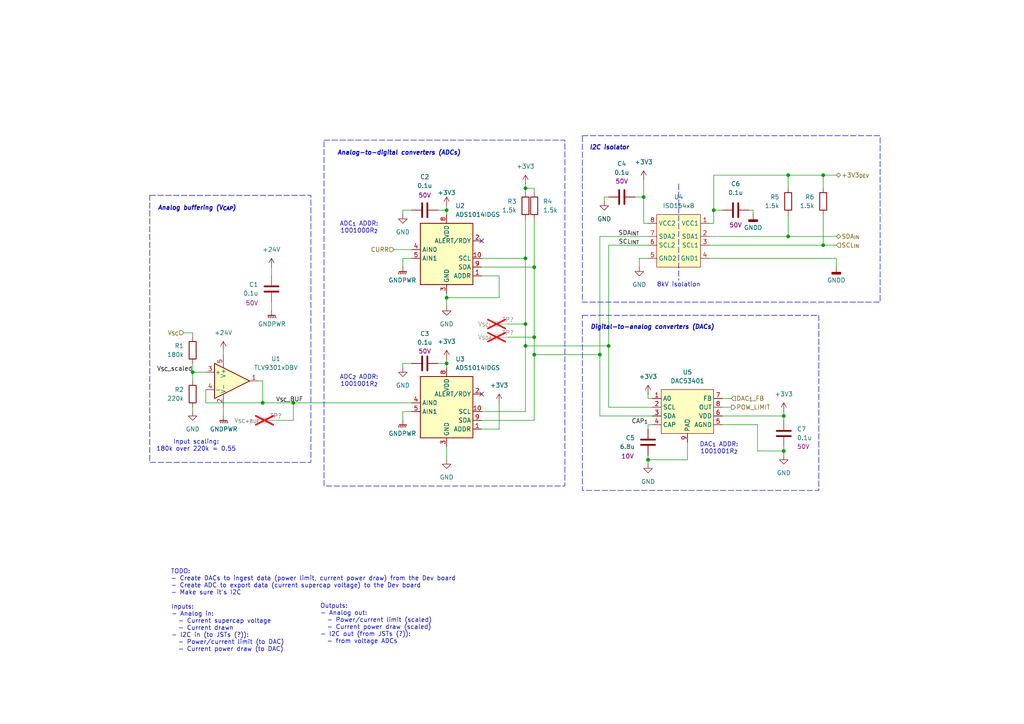
<source format=kicad_sch>
(kicad_sch (version 20250114) (generator "eeschema") (generator_version "9.0")
  (paper "A4")
  (title_block (title "Dev Board Interface") (date "2025-02-12") (rev "1") (company "UT Robomaster") (comment 1 "Robomaster"))
  (lib_symbols
    (symbol "! Robomaster ICs:DACx3401"
      (property "Reference" "U" (at 0 6.858 0))
      (property "Value" "DACx3401" (at 0 4.826 0))
      (symbol "DACx3401_1_1"
        (rectangle (start -7.62 0) (end 7.62 -12.7) (fill (type background)))
        (pin input line (at -10.16 -2.54 0) (length 2.54) (name "A0") (number "1"))
        (pin input line (at -10.16 -5.08 0) (length 2.54) (name "SCL") (number "2"))
        (pin bidirectional line (at -10.16 -7.62 0) (length 2.54) (name "SDA") (number "3"))
        (pin passive line (at -10.16 -10.16 0) (length 2.54) (name "CAP") (number "4"))
        (pin passive line (at 0 -15.24 90) (length 2.54) (name "PAD") (number "9"))
        (pin input line (at 10.16 -2.54 180) (length 2.54) (name "FB") (number "7"))
        (pin output line (at 10.16 -5.08 180) (length 2.54) (name "OUT") (number "8"))
        (pin power_in line (at 10.16 -7.62 180) (length 2.54) (name "VDD") (number "6"))
        (pin power_in line (at 10.16 -10.16 180) (length 2.54) (name "AGND") (number "5"))
      )
    )
    (symbol "! Robomaster ICs:ISO164xB"
      (property "Reference" "U" (at 0 7.366 0))
      (property "Value" "ISO164xB" (at 0 4.826 0))
      (symbol "ISO164xB_1_1"
        (rectangle (start -6.35 2.54) (end 6.35 -12.7) (fill (type background)))
        (pin power_in line (at -8.89 0 0) (length 2.54) (name "VCC1") (number "1"))
        (pin bidirectional line (at -8.89 -3.81 0) (length 2.54) (name "SDA1") (number "2"))
        (pin input line (at -8.89 -6.35 0) (length 2.54) (name "SCL1") (number "3"))
        (pin power_in line (at -8.89 -10.16 0) (length 2.54) (name "GND1") (number "4"))
        (pin power_in line (at 8.89 0 180) (length 2.54) (name "VCC2") (number "8"))
        (pin bidirectional line (at 8.89 -3.81 180) (length 2.54) (name "SDA2") (number "7"))
        (pin output line (at 8.89 -6.35 180) (length 2.54) (name "SCL2") (number "6"))
        (pin power_in line (at 8.89 -10.16 180) (length 2.54) (name "GND2") (number "5"))
      )
    )
    (symbol "Amplifier_Operational:TLV9301xDBV" (pin_names (offset 0.127))
      (property "Reference" "U" (at -1.27 6.35 0))
      (property "Value" "TLV9301xDBV" (at -1.27 3.81 0))
      (symbol "TLV9301xDBV_0_1"
        (polyline (pts (xy -5.08 5.08) (xy 5.08 0) (xy -5.08 -5.08) (xy -5.08 5.08)) (stroke (width 0.254)) (fill (type background)))
        (pin power_in line (at -2.54 7.62 270) (length 3.81) (name "V+") (number "5"))
        (pin power_in line (at -2.54 -7.62 90) (length 3.81) (name "V-") (number "2"))
      )
      (symbol "TLV9301xDBV_1_1"
        (pin input line (at -7.62 2.54 0) (length 2.54) (name "+") (number "3"))
        (pin input line (at -7.62 -2.54 0) (length 2.54) (name "-") (number "4"))
        (pin output line (at 7.62 0 180) (length 2.54) (name "~") (number "1"))
      )
    )
    (symbol "Analog_ADC:ADS1014IDGS"
      (property "Reference" "U" (at 2.54 13.97 0))
      (property "Value" "ADS1014IDGS" (at 7.62 11.43 0))
      (symbol "ADS1014IDGS_0_1"
        (rectangle (start -7.62 10.16) (end 7.62 -7.62) (stroke (width 0.254)) (fill (type background)))
      )
      (symbol "ADS1014IDGS_1_1"
        (pin input line (at -10.16 2.54 0) (length 2.54) (name "AIN0") (number "4"))
        (pin input line (at -10.16 0 0) (length 2.54) (name "AIN1") (number "5"))
        (pin no_connect line (at -7.62 7.62 0) (length 2.54) (hide yes) (name "~") (number "6"))
        (pin no_connect line (at -7.62 5.08 0) (length 2.54) (hide yes) (name "~") (number "7"))
        (pin power_in line (at 0 12.7 270) (length 2.54) (name "VDD") (number "8"))
        (pin power_in line (at 0 -10.16 90) (length 2.54) (name "GND") (number "3"))
        (pin output line (at 10.16 5.08 180) (length 2.54) (name "ALERT/RDY") (number "2"))
        (pin input line (at 10.16 0 180) (length 2.54) (name "SCL") (number "10"))
        (pin bidirectional line (at 10.16 -2.54 180) (length 2.54) (name "SDA") (number "9"))
        (pin input line (at 10.16 -5.08 180) (length 2.54) (name "ADDR") (number "1"))
      )
    )
    (symbol "Connector:TestPoint" (pin_numbers (hide yes)) (pin_names (offset 0.762) (hide yes))
      (property "Reference" "TP" (at 0 6.858 0))
      (property "Value" "TestPoint" (at 0 5.08 0))
      (symbol "TestPoint_0_1"
        (circle (center 0 3.302) (radius 0.762))
      )
      (symbol "TestPoint_1_1"
        (pin passive line (at 0 0 90) (length 2.54) (name "1") (number "1"))
      )
    )
    (symbol "Device:C" (pin_numbers (hide yes)) (pin_names (offset 0.254))
      (property "Reference" "C" (at 0.635 2.54 0))
      (property "Value" "C" (at 0.635 -2.54 0))
      (symbol "C_0_1"
        (polyline (pts (xy -2.032 0.762) (xy 2.032 0.762)) (stroke (width 0.508)))
        (polyline (pts (xy -2.032 -0.762) (xy 2.032 -0.762)) (stroke (width 0.508)))
      )
      (symbol "C_1_1"
        (pin passive line (at 0 3.81 270) (length 2.794) (name "~") (number "1"))
        (pin passive line (at 0 -3.81 90) (length 2.794) (name "~") (number "2"))
      )
    )
    (symbol "Device:R" (pin_numbers (hide yes)) (pin_names (offset 0))
      (property "Reference" "R" (at 2.032 0 90))
      (property "Value" "R" (at 0 0 90))
      (symbol "R_0_1"
        (rectangle (start -1.016 -2.54) (end 1.016 2.54) (stroke (width 0.254)))
      )
      (symbol "R_1_1"
        (pin passive line (at 0 3.81 270) (length 1.27) (name "~") (number "1"))
        (pin passive line (at 0 -3.81 90) (length 1.27) (name "~") (number "2"))
      )
    )
    (symbol "power:+24V" (power) (pin_numbers (hide yes)) (pin_names (offset 0) (hide yes))
      (property "Value" "+24V" (at 0 3.556 0))
      (symbol "+24V_0_1"
        (polyline (pts (xy -0.762 1.27) (xy 0 2.54)))
        (polyline (pts (xy 0 2.54) (xy 0.762 1.27)))
        (polyline (pts (xy 0 0) (xy 0 2.54)))
      )
      (symbol "+24V_1_1"
        (pin power_in line (at 0 0 90) (length 0) (name "~") (number "1"))
      )
    )
    (symbol "power:+3V3" (power) (pin_numbers (hide yes)) (pin_names (offset 0) (hide yes))
      (property "Value" "+3V3" (at 0 3.556 0))
      (symbol "+3V3_0_1"
        (polyline (pts (xy -0.762 1.27) (xy 0 2.54)))
        (polyline (pts (xy 0 2.54) (xy 0.762 1.27)))
        (polyline (pts (xy 0 0) (xy 0 2.54)))
      )
      (symbol "+3V3_1_1"
        (pin power_in line (at 0 0 90) (length 0) (name "~") (number "1"))
      )
    )
    (symbol "power:GND" (power) (pin_numbers (hide yes)) (pin_names (offset 0) (hide yes))
      (property "Value" "GND" (at 0 -3.81 0))
      (symbol "GND_0_1"
        (polyline (pts (xy 0 0) (xy 0 -1.27) (xy 1.27 -1.27) (xy 0 -2.54) (xy -1.27 -1.27) (xy 0 -1.27)))
      )
      (symbol "GND_1_1"
        (pin power_in line (at 0 0 270) (length 0) (name "~") (number "1"))
      )
    )
    (symbol "power:GNDD" (power) (pin_numbers (hide yes)) (pin_names (offset 0) (hide yes))
      (property "Value" "GNDD" (at 0 -3.175 0))
      (symbol "GNDD_0_1"
        (rectangle (start -1.27 -1.524) (end 1.27 -2.032) (stroke (width 0.254)) (fill (type outline)))
        (polyline (pts (xy 0 0) (xy 0 -1.524)))
      )
      (symbol "GNDD_1_1"
        (pin power_in line (at 0 0 270) (length 0) (name "~") (number "1"))
      )
    )
    (symbol "power:GNDPWR" (power) (pin_numbers (hide yes)) (pin_names (offset 0) (hide yes))
      (property "Value" "GNDPWR" (at 0 -3.302 0))
      (symbol "GNDPWR_0_1"
        (polyline (pts (xy -1.016 -1.27) (xy -1.27 -2.032) (xy -1.27 -2.032)) (stroke (width 0.2032)))
        (polyline (pts (xy -0.508 -1.27) (xy -0.762 -2.032) (xy -0.762 -2.032)) (stroke (width 0.2032)))
        (polyline (pts (xy 0 -1.27) (xy 0 0)))
        (polyline (pts (xy 0 -1.27) (xy -0.254 -2.032) (xy -0.254 -2.032)) (stroke (width 0.2032)))
        (polyline (pts (xy 0.508 -1.27) (xy 0.254 -2.032) (xy 0.254 -2.032)) (stroke (width 0.2032)))
        (polyline (pts (xy 1.016 -1.27) (xy -1.016 -1.27) (xy -1.016 -1.27)) (stroke (width 0.2032)))
        (polyline (pts (xy 1.016 -1.27) (xy 0.762 -2.032) (xy 0.762 -2.032) (xy 0.762 -2.032)) (stroke (width 0.2032)))
      )
      (symbol "GNDPWR_1_1"
        (pin power_in line (at 0 0 270) (length 0) (name "~") (number "1"))
      )
    )
  )
  (rectangle (start 93.98 40.64) (end 163.83 140.97) (stroke (width 0) (type dash)))
  (rectangle (start 255.27 39.37) (end 168.91 87.63) (stroke (width 0) (type dash)))
  (rectangle (start 43.434 56.642) (end 90.17 134.112) (stroke (width 0) (type dash)))
  (rectangle (start 168.91 91.44) (end 237.49 142.24) (stroke (width 0) (type dash)))
  (text "Input scaling:\n180k over 220k = 0.55" (at 56.896 129.286 0) (effects (font (size 1.27 1.27))))
  (text "I2C isolator" (at 170.942 42.164 0) (effects (font (size 1.27 1.27) (thickness 0.254) (bold yes) (italic yes)) (justify left top)))
  (text "TODO:\n- Create DACs to ingest data (power limit, current power draw) from the Dev board\n- Create ADC to export data (current supercap voltage) to the Dev board\n- Make sure it's I2C" (at 49.53 165.1 0) (effects (font (size 1.27 1.27)) (justify left top)))
  (text "Inputs:\n- Analog in:\n  - Current supercap voltage\n  - Current drawn\n- I2C in (to JSTs (?)):\n  - Power/current limit (to DAC)\n  - Current power draw (to DAC)" (at 49.657 175.387 0) (effects (font (size 1.27 1.27)) (justify left top)))
  (text "ADC_{2} ADDR:\n1001001R_{2}" (at 104.14 110.49 0) (effects (font (size 1.27 1.27))))
  (text "Outputs:\n- Analog out:\n  - Power/current limit (scaled)\n  - Current power draw (scaled)\n- I2C out (from JSTs (?)):\n  - from voltage ADCs" (at 92.837 175.133 0) (effects (font (size 1.27 1.27)) (justify left top)))
  (text "Digital-to-analog converters (DACs)" (at 171.196 94.234 0) (effects (font (size 1.27 1.27) (thickness 0.254) (bold yes) (italic yes)) (justify left top)))
  (text "DAC_{1} ADDR:\n1001001R_{2}" (at 208.534 128.27 0) (effects (font (size 1.27 1.27)) (justify top)))
  (text "Analog-to-digital converters (ADCs)" (at 97.79 43.688 0) (effects (font (size 1.27 1.27) (thickness 0.254) (bold yes) (italic yes)) (justify left top)))
  (text "8kV isolation" (at 196.85 81.915 0) (effects (font (size 1.27 1.27)) (justify top)))
  (text "Analog buffering (V_{CAP})" (at 45.72 59.69 0) (effects (font (size 1.27 1.27) (thickness 0.254) (bold yes) (italic yes)) (justify left top)))
  (text "ADC_{1} ADDR:\n1001000R_{2}" (at 104.14 66.04 0) (effects (font (size 1.27 1.27))))
  (junction (at 154.94 77.47))
  (junction (at 238.76 50.8))
  (junction (at 152.4 100.33))
  (junction (at 154.94 102.87))
  (junction (at 186.69 57.15))
  (junction (at 228.6 50.8))
  (junction (at 76.2 116.84))
  (junction (at 152.4 93.98))
  (junction (at 129.54 86.36))
  (junction (at 152.4 54.61))
  (junction (at 85.09 116.84))
  (junction (at 55.88 107.95))
  (junction (at 227.33 130.81))
  (junction (at 238.76 71.12))
  (junction (at 129.54 60.96))
  (junction (at 176.53 100.33))
  (junction (at 154.94 97.79))
  (junction (at 129.54 105.41))
  (junction (at 187.96 133.35))
  (junction (at 152.4 74.93))
  (junction (at 207.01 60.96))
  (junction (at 173.99 102.87))
  (junction (at 228.6 68.58))
  (junction (at 227.33 120.65))
  (no_connect (at 139.7 69.85))
  (no_connect (at 139.7 114.3))
  (wire (pts (xy 144.78 80.01) (xy 144.78 86.36)))
  (wire (pts (xy 129.54 105.41) (xy 129.54 106.68)))
  (polyline (pts (xy 196.85 53.34) (xy 196.85 81.28)) (stroke (width 0) (type dash)))
  (wire (pts (xy 207.01 64.77) (xy 205.74 64.77)))
  (wire (pts (xy 85.09 116.84) (xy 119.38 116.84)))
  (wire (pts (xy 199.39 133.35) (xy 187.96 133.35)))
  (wire (pts (xy 209.55 115.57) (xy 212.09 115.57)))
  (wire (pts (xy 209.55 123.19) (xy 219.71 123.19)))
  (wire (pts (xy 219.71 123.19) (xy 219.71 130.81)))
  (wire (pts (xy 173.99 102.87) (xy 154.94 102.87)))
  (wire (pts (xy 119.38 119.38) (xy 116.84 119.38)))
  (wire (pts (xy 187.96 114.3) (xy 187.96 115.57)))
  (wire (pts (xy 205.74 71.12) (xy 238.76 71.12)))
  (wire (pts (xy 187.96 115.57) (xy 189.23 115.57)))
  (wire (pts (xy 228.6 50.8) (xy 238.76 50.8)))
  (wire (pts (xy 139.7 80.01) (xy 144.78 80.01)))
  (wire (pts (xy 152.4 53.34) (xy 152.4 54.61)))
  (wire (pts (xy 227.33 130.81) (xy 227.33 132.08)))
  (wire (pts (xy 152.4 100.33) (xy 176.53 100.33)))
  (wire (pts (xy 228.6 50.8) (xy 228.6 54.61)))
  (wire (pts (xy 76.2 116.84) (xy 85.09 116.84)))
  (wire (pts (xy 147.32 97.79) (xy 154.94 97.79)))
  (wire (pts (xy 186.69 52.07) (xy 186.69 57.15)))
  (wire (pts (xy 119.38 105.41) (xy 116.84 105.41)))
  (wire (pts (xy 116.84 119.38) (xy 116.84 121.92)))
  (wire (pts (xy 186.69 64.77) (xy 187.96 64.77)))
  (wire (pts (xy 129.54 59.69) (xy 129.54 60.96)))
  (wire (pts (xy 173.99 120.65) (xy 189.23 120.65)))
  (wire (pts (xy 186.69 57.15) (xy 186.69 64.77)))
  (wire (pts (xy 185.42 74.93) (xy 185.42 77.47)))
  (wire (pts (xy 176.53 57.15) (xy 175.26 57.15)))
  (wire (pts (xy 187.96 133.35) (xy 187.96 134.62)))
  (wire (pts (xy 207.01 50.8) (xy 207.01 60.96)))
  (wire (pts (xy 53.34 96.52) (xy 55.88 96.52)))
  (wire (pts (xy 116.84 74.93) (xy 116.84 77.47)))
  (wire (pts (xy 207.01 60.96) (xy 209.55 60.96)))
  (wire (pts (xy 152.4 54.61) (xy 152.4 55.88)))
  (wire (pts (xy 187.96 124.46) (xy 187.96 123.19)))
  (wire (pts (xy 154.94 97.79) (xy 154.94 102.87)))
  (wire (pts (xy 152.4 100.33) (xy 152.4 119.38)))
  (wire (pts (xy 154.94 63.5) (xy 154.94 77.47)))
  (wire (pts (xy 242.57 77.47) (xy 242.57 74.93)))
  (wire (pts (xy 129.54 85.09) (xy 129.54 86.36)))
  (wire (pts (xy 187.96 71.12) (xy 176.53 71.12)))
  (wire (pts (xy 154.94 102.87) (xy 154.94 121.92)))
  (wire (pts (xy 59.69 113.03) (xy 59.69 116.84)))
  (wire (pts (xy 176.53 100.33) (xy 176.53 118.11)))
  (wire (pts (xy 55.88 118.11) (xy 55.88 119.38)))
  (wire (pts (xy 176.53 118.11) (xy 189.23 118.11)))
  (wire (pts (xy 218.44 60.96) (xy 218.44 62.23)))
  (wire (pts (xy 139.7 77.47) (xy 154.94 77.47)))
  (wire (pts (xy 152.4 119.38) (xy 139.7 119.38)))
  (wire (pts (xy 139.7 74.93) (xy 152.4 74.93)))
  (wire (pts (xy 152.4 63.5) (xy 152.4 74.93)))
  (wire (pts (xy 187.96 123.19) (xy 189.23 123.19)))
  (wire (pts (xy 227.33 120.65) (xy 227.33 121.92)))
  (wire (pts (xy 154.94 54.61) (xy 154.94 55.88)))
  (wire (pts (xy 129.54 105.41) (xy 127 105.41)))
  (wire (pts (xy 55.88 107.95) (xy 55.88 110.49)))
  (wire (pts (xy 154.94 121.92) (xy 139.7 121.92)))
  (wire (pts (xy 152.4 93.98) (xy 152.4 74.93)))
  (wire (pts (xy 186.69 57.15) (xy 184.15 57.15)))
  (wire (pts (xy 176.53 71.12) (xy 176.53 100.33)))
  (wire (pts (xy 207.01 60.96) (xy 207.01 64.77)))
  (wire (pts (xy 238.76 50.8) (xy 242.57 50.8)))
  (wire (pts (xy 116.84 60.96) (xy 116.84 62.23)))
  (wire (pts (xy 76.2 116.84) (xy 76.2 110.49)))
  (wire (pts (xy 227.33 119.38) (xy 227.33 120.65)))
  (wire (pts (xy 55.88 107.95) (xy 59.69 107.95)))
  (wire (pts (xy 55.88 105.41) (xy 55.88 107.95)))
  (wire (pts (xy 242.57 74.93) (xy 205.74 74.93)))
  (wire (pts (xy 55.88 96.52) (xy 55.88 97.79)))
  (wire (pts (xy 129.54 86.36) (xy 129.54 88.9)))
  (wire (pts (xy 228.6 68.58) (xy 242.57 68.58)))
  (wire (pts (xy 187.96 132.08) (xy 187.96 133.35)))
  (wire (pts (xy 228.6 62.23) (xy 228.6 68.58)))
  (wire (pts (xy 85.09 121.92) (xy 85.09 116.84)))
  (wire (pts (xy 207.01 50.8) (xy 228.6 50.8)))
  (wire (pts (xy 119.38 60.96) (xy 116.84 60.96)))
  (wire (pts (xy 59.69 116.84) (xy 76.2 116.84)))
  (wire (pts (xy 144.78 116.84) (xy 144.78 124.46)))
  (wire (pts (xy 76.2 110.49) (xy 74.93 110.49)))
  (wire (pts (xy 238.76 50.8) (xy 238.76 54.61)))
  (wire (pts (xy 154.94 77.47) (xy 154.94 97.79)))
  (wire (pts (xy 238.76 62.23) (xy 238.76 71.12)))
  (wire (pts (xy 64.77 101.6) (xy 64.77 102.87)))
  (wire (pts (xy 173.99 68.58) (xy 173.99 102.87)))
  (wire (pts (xy 64.77 118.11) (xy 64.77 120.65)))
  (wire (pts (xy 129.54 104.14) (xy 129.54 105.41)))
  (wire (pts (xy 205.74 68.58) (xy 228.6 68.58)))
  (wire (pts (xy 144.78 86.36) (xy 129.54 86.36)))
  (wire (pts (xy 187.96 74.93) (xy 185.42 74.93)))
  (wire (pts (xy 152.4 54.61) (xy 154.94 54.61)))
  (wire (pts (xy 80.01 121.92) (xy 85.09 121.92)))
  (wire (pts (xy 227.33 129.54) (xy 227.33 130.81)))
  (wire (pts (xy 173.99 102.87) (xy 173.99 120.65)))
  (wire (pts (xy 114.3 72.39) (xy 119.38 72.39)))
  (wire (pts (xy 152.4 100.33) (xy 152.4 93.98)))
  (wire (pts (xy 119.38 74.93) (xy 116.84 74.93)))
  (wire (pts (xy 209.55 120.65) (xy 227.33 120.65)))
  (wire (pts (xy 217.17 60.96) (xy 218.44 60.96)))
  (wire (pts (xy 78.74 77.47) (xy 78.74 80.01)))
  (wire (pts (xy 78.74 87.63) (xy 78.74 90.17)))
  (wire (pts (xy 173.99 68.58) (xy 187.96 68.58)))
  (wire (pts (xy 139.7 124.46) (xy 144.78 124.46)))
  (wire (pts (xy 129.54 60.96) (xy 127 60.96)))
  (wire (pts (xy 147.32 93.98) (xy 152.4 93.98)))
  (wire (pts (xy 129.54 60.96) (xy 129.54 62.23)))
  (wire (pts (xy 219.71 130.81) (xy 227.33 130.81)))
  (wire (pts (xy 129.54 129.54) (xy 129.54 133.35)))
  (wire (pts (xy 199.39 128.27) (xy 199.39 133.35)))
  (wire (pts (xy 116.84 105.41) (xy 116.84 106.68)))
  (wire (pts (xy 209.55 118.11) (xy 212.09 118.11)))
  (wire (pts (xy 175.26 57.15) (xy 175.26 58.42)))
  (wire (pts (xy 238.76 71.12) (xy 242.57 71.12)))
  (label "CAP_{1}" (at 187.96 123.19 180))
  (label "V_{SC}_scaled" (at 55.88 107.95 180))
  (label "V_{SC}_BUF" (at 80.01 116.84 0))
  (label "SCL_{INT}" (at 185.42 71.12 180))
  (label "SDA_{INT}" (at 185.42 68.58 180))
  (hierarchical_label "POW_LIMIT" (shape output) (at 212.09 118.11 0))
  (hierarchical_label "V_{SC}" (shape input) (at 53.34 96.52 180))
  (hierarchical_label "+3V3_{DEV}" (shape bidirectional) (at 242.57 50.8 0))
  (hierarchical_label "CURR" (shape input) (at 114.3 72.39 180))
  (hierarchical_label "SDA_{IN}" (shape bidirectional) (at 242.57 68.58 0))
  (hierarchical_label "DAC_{1}_FB" (shape input) (at 212.09 115.57 0))
  (hierarchical_label "SCL_{IN}" (shape input) (at 242.57 71.12 0))
  (symbol (lib_id "Analog_ADC:ADS1014IDGS") (at 129.54 119.38 0) (unit 1)
    (property "Reference" "U13" (at 132.08 104.14 0) (effects (justify left)))
    (property "Value" "ADS1014IDGS" (at 132.08 106.68 0) (effects (justify left)))
    (property "Footprint" "Package_SO:TSSOP-10_3x3mm_P0.5mm" (effects (hide yes)))
    (property "Datasheet" "http://www.ti.com/lit/ds/symlink/ads1015.pdf" (effects (hide yes)))
    (property "Description" "Ultra-Small, Low-Power, I2C-Compatible, 3.3-kSPS, 12-Bit ADCs With Internal Reference, Oscillator, and Programmable Comparator, VSSOP-10" (effects (hide yes)))
    (property "Mouser Part Number" "595-ADS1014IDGSR" (effects (hide yes)))
    (instances (project "Dev Board Interface Rev1" (path "" (reference "U3") (unit 1))) (project "SupercapManager" (path "" (reference "U13") (unit 1))) (project "Rev 1B" (path "" (reference "U10") (unit 1))))
  )
  (symbol (lib_id "power:GND") (at 185.42 77.47 0) (unit 1)
    (property "Reference" "#PWR067" (effects (hide yes)))
    (property "Value" "GND" (at 185.42 82.55 0))
    (property "Description" "Power symbol creates a global label with name \"GND\" , ground" (effects (hide yes)))
    (instances (project "Dev Board Interface Rev1" (path "" (reference "#PWR0104") (unit 1))) (project "" (path "" (reference "#PWR067") (unit 1))) (project "Rev 1B" (path "" (reference "#PWR064") (unit 1))))
  )
  (symbol (lib_id "power:GND") (at 129.54 133.35 0) (unit 1)
    (property "Reference" "#PWR081" (effects (hide yes)))
    (property "Value" "GND" (at 129.54 138.43 0))
    (property "Description" "Power symbol creates a global label with name \"GND\" , ground" (effects (hide yes)))
    (instances (project "Dev Board Interface Rev1" (path "" (reference "#PWR0115") (unit 1))) (project "SupercapManager" (path "" (reference "#PWR081") (unit 1))) (project "Rev 1B" (path "" (reference "#PWR078") (unit 1))))
  )
  (symbol (lib_id "power:GND") (at 129.54 88.9 0) (unit 1)
    (property "Reference" "#PWR069" (effects (hide yes)))
    (property "Value" "GND" (at 129.54 93.98 0))
    (property "Description" "Power symbol creates a global label with name \"GND\" , ground" (effects (hide yes)))
    (instances (project "Dev Board Interface Rev1" (path "" (reference "#PWR0122") (unit 1))) (project "SupercapManager" (path "" (reference "#PWR069") (unit 1))) (project "Rev 1B" (path "" (reference "#PWR066") (unit 1))))
  )
  (symbol (lib_id "Connector:TestPoint") (at 147.32 93.98 90) (unit 1) (dnp yes)
    (property "Reference" "TP?" (at 147.32 92.71 90))
    (property "Value" "V_{SCL}" (at 142.748 93.98 90) (effects (justify left)))
    (property "Footprint" "TestPoint:TestPoint_Bridge_Pitch2.0mm_Drill0.7mm" (effects (hide yes)))
    (property "Description" "test point" (effects (hide yes)))
    (instances (project "SupercapManager" (path "" (reference "TP?") (unit 1))) (project "Rev 1B" (path "" (reference "TP2") (unit 1))))
  )
  (symbol (lib_id "Device:C") (at 213.36 60.96 270) (mirror x) (unit 1)
    (property "Reference" "C46" (at 213.36 53.34 90))
    (property "Value" "0.1u" (at 213.36 55.88 90))
    (property "Footprint" "Capacitor_SMD:C_0603_1608Metric_Pad1.08x0.95mm_HandSolder" (effects (hide yes)))
    (property "Datasheet" "https://www.mouser.com/datasheet/2/40/KGM_X7R-3223212.pdf" (effects (hide yes)))
    (property "Description" "Unpolarized capacitor" (effects (hide yes)))
    (property "Mouser Part Number" "581-KGM15BR71H104JT" (effects (hide yes)))
    (property "Voltage Rating" "50V" (at 213.36 65.278 90))
    (instances (project "Dev Board Interface Rev1" (path "" (reference "C6") (unit 1))) (project "" (path "" (reference "C46") (unit 1))) (project "Rev 1B" (path "" (reference "C9") (unit 1))))
  )
  (symbol (lib_id "power:GNDD") (at 218.44 62.23 0) (unit 1)
    (property "Reference" "#PWR064" (effects (hide yes)))
    (property "Value" "GNDD" (at 218.44 66.04 0))
    (property "Description" "Power symbol creates a global label with name \"GNDD\" , digital ground" (effects (hide yes)))
    (instances (project "Dev Board Interface Rev1" (path "" (reference "#PWR0101") (unit 1))) (project "SupercapManager" (path "" (reference "#PWR064") (unit 1))) (project "Rev 1B" (path "" (reference "#PWR061") (unit 1))))
  )
  (symbol (lib_id "power:+3V3") (at 152.4 53.34 0) (unit 1)
    (property "Reference" "#PWR060" (effects (hide yes)))
    (property "Value" "+3V3" (at 152.4 48.26 0))
    (property "Description" "Power symbol creates a global label with name \"+3V3\"" (effects (hide yes)))
    (instances (project "Dev Board Interface Rev1" (path "" (reference "#PWR0116") (unit 1))) (project "SupercapManager" (path "" (reference "#PWR060") (unit 1))) (project "Rev 1B" (path "" (reference "#PWR057") (unit 1))))
  )
  (symbol (lib_id "Device:R") (at 152.4 59.69 0) (mirror y) (unit 1)
    (property "Reference" "R59" (at 149.86 58.4199 0) (effects (justify left)))
    (property "Value" "1.5k" (at 149.86 60.9599 0) (effects (justify left)))
    (property "Footprint" "Resistor_SMD:R_0603_1608Metric_Pad0.98x0.95mm_HandSolder" (effects (hide yes)))
    (property "Description" "Resistor" (effects (hide yes)))
    (property "Mouser Part Number" "603-RC0603FR-7W1K5L" (effects (hide yes)))
    (instances (project "Dev Board Interface Rev1" (path "" (reference "R3") (unit 1))) (project "SupercapManager" (path "" (reference "R59") (unit 1))) (project "Rev 1B" (path "" (reference "R21") (unit 1))))
  )
  (symbol (lib_id "power:GND") (at 116.84 62.23 0) (unit 1)
    (property "Reference" "#PWR063" (effects (hide yes)))
    (property "Value" "GND" (at 116.84 67.31 0))
    (property "Description" "Power symbol creates a global label with name \"GND\" , ground" (effects (hide yes)))
    (instances (project "Dev Board Interface Rev1" (path "" (reference "#PWR0111") (unit 1))) (project "SupercapManager" (path "" (reference "#PWR063") (unit 1))) (project "Rev 1B" (path "" (reference "#PWR060") (unit 1))))
  )
  (symbol (lib_id "power:+3V3") (at 129.54 59.69 0) (unit 1)
    (property "Reference" "#PWR062" (effects (hide yes)))
    (property "Value" "+3V3" (at 129.54 55.88 0))
    (property "Description" "Power symbol creates a global label with name \"+3V3\"" (effects (hide yes)))
    (instances (project "Dev Board Interface Rev1" (path "" (reference "#PWR0117") (unit 1))) (project "SupercapManager" (path "" (reference "#PWR062") (unit 1))) (project "Rev 1B" (path "" (reference "#PWR059") (unit 1))))
  )
  (symbol (lib_id "! Robomaster ICs:DACx3401") (at 199.39 113.03 0) (unit 1)
    (property "Reference" "U12" (at 199.39 107.95 0))
    (property "Value" "DAC53401" (at 199.39 110.49 0))
    (property "Footprint" "Package_SON:WSON-8-1EP_2x2mm_P0.5mm_EP0.9x1.6mm" (effects (hide yes)))
    (property "Datasheet" "https://www.ti.com/lit/gpn/dac43401" (effects (hide yes)))
    (property "Description" "8-bit 1-channel voltage-output smart DAC with Hi-Z, EEPROM, waveform generator and comparator" (effects (hide yes)))
    (property "Mouser Part Number" "595-DAC53401DSGR" (effects (hide yes)))
    (instances (project "Dev Board Interface Rev1" (path "" (reference "U5") (unit 1))) (project "" (path "" (reference "U12") (unit 1))) (project "Rev 1B" (path "" (reference "U9") (unit 1))))
  )
  (symbol (lib_id "Device:C") (at 187.96 128.27 0) (mirror y) (unit 1)
    (property "Reference" "C50" (at 184.15 126.9999 0) (effects (justify left)))
    (property "Value" "6.8u" (at 184.15 129.5399 0) (effects (justify left)))
    (property "Footprint" "Capacitor_SMD:C_0603_1608Metric_Pad1.08x0.95mm_HandSolder" (effects (hide yes)))
    (property "Description" "Unpolarized capacitor" (effects (hide yes)))
    (property "Mouser Part Number" "810-C2012X5R1A685K0C" (effects (hide yes)))
    (property "Voltage Rating" "10V" (at 183.896 132.334 0) (effects (justify left)))
    (instances (project "Dev Board Interface Rev1" (path "" (reference "C5") (unit 1))) (project "SupercapManager" (path "" (reference "C50") (unit 1))) (project "Rev 1B" (path "" (reference "C13") (unit 1))))
  )
  (symbol (lib_id "Device:C") (at 78.74 83.82 0) (mirror x) (unit 1)
    (property "Reference" "C47" (at 74.93 82.5499 0) (effects (justify right)))
    (property "Value" "0.1u" (at 74.93 85.0899 0) (effects (justify right)))
    (property "Footprint" "Capacitor_SMD:C_0603_1608Metric_Pad1.08x0.95mm_HandSolder" (effects (hide yes)))
    (property "Datasheet" "https://www.mouser.com/datasheet/2/40/KGM_X7R-3223212.pdf" (effects (hide yes)))
    (property "Description" "Unpolarized capacitor" (effects (hide yes)))
    (property "Mouser Part Number" "581-KGM15BR71H104JT" (effects (hide yes)))
    (property "Voltage Rating" "50V" (at 74.93 87.884 0) (effects (justify right)))
    (instances (project "Dev Board Interface Rev1" (path "" (reference "C1") (unit 1))) (project "SupercapManager" (path "" (reference "C47") (unit 1))) (project "Rev 1B" (path "" (reference "C10") (unit 1))))
  )
  (symbol (lib_id "Device:C") (at 180.34 57.15 270) (mirror x) (unit 1)
    (property "Reference" "C44" (at 180.34 47.498 90))
    (property "Value" "0.1u" (at 180.34 50.038 90))
    (property "Footprint" "Capacitor_SMD:C_0603_1608Metric_Pad1.08x0.95mm_HandSolder" (effects (hide yes)))
    (property "Datasheet" "https://www.mouser.com/datasheet/2/40/KGM_X7R-3223212.pdf" (effects (hide yes)))
    (property "Description" "Unpolarized capacitor" (effects (hide yes)))
    (property "Mouser Part Number" "581-KGM15BR71H104JT" (effects (hide yes)))
    (property "Voltage Rating" "50V" (at 180.34 52.578 90))
    (instances (project "Dev Board Interface Rev1" (path "" (reference "C4") (unit 1))) (project "SupercapManager" (path "" (reference "C44") (unit 1))) (project "Rev 1B" (path "" (reference "C7") (unit 1))))
  )
  (symbol (lib_id "power:+3V3") (at 129.54 104.14 0) (unit 1)
    (property "Reference" "#PWR072" (effects (hide yes)))
    (property "Value" "+3V3" (at 129.54 99.06 0))
    (property "Description" "Power symbol creates a global label with name \"+3V3\"" (effects (hide yes)))
    (instances (project "Dev Board Interface Rev1" (path "" (reference "#PWR0124") (unit 1))) (project "SupercapManager" (path "" (reference "#PWR072") (unit 1))) (project "Rev 1B" (path "" (reference "#PWR069") (unit 1))))
  )
  (symbol (lib_id "Analog_ADC:ADS1014IDGS") (at 129.54 74.93 0) (unit 1)
    (property "Reference" "U10" (at 132.08 59.69 0) (effects (justify left)))
    (property "Value" "ADS1014IDGS" (at 132.08 62.23 0) (effects (justify left)))
    (property "Footprint" "Package_SO:TSSOP-10_3x3mm_P0.5mm" (effects (hide yes)))
    (property "Datasheet" "http://www.ti.com/lit/ds/symlink/ads1015.pdf" (effects (hide yes)))
    (property "Description" "Ultra-Small, Low-Power, I2C-Compatible, 3.3-kSPS, 12-Bit ADCs With Internal Reference, Oscillator, and Programmable Comparator, VSSOP-10" (effects (hide yes)))
    (property "Mouser Part Number" "595-ADS1014IDGSR" (effects (hide yes)))
    (instances (project "Dev Board Interface Rev1" (path "" (reference "U2") (unit 1))) (project "" (path "" (reference "U10") (unit 1))) (project "Rev 1B" (path "" (reference "U7") (unit 1))))
  )
  (symbol (lib_id "power:+24V") (at 64.77 101.6 0) (unit 1)
    (property "Reference" "#PWR071" (effects (hide yes)))
    (property "Value" "+24V" (at 64.77 96.52 0))
    (property "Description" "Power symbol creates a global label with name \"+24V\"" (effects (hide yes)))
    (instances (project "Dev Board Interface Rev1" (path "" (reference "#PWR0108") (unit 1))) (project "SupercapManager" (path "" (reference "#PWR071") (unit 1))) (project "Rev 1B" (path "" (reference "#PWR068") (unit 1))))
  )
  (symbol (lib_id "Device:R") (at 154.94 59.69 0) (unit 1)
    (property "Reference" "R60" (at 157.48 58.4199 0) (effects (justify left)))
    (property "Value" "1.5k" (at 157.48 60.9599 0) (effects (justify left)))
    (property "Footprint" "Resistor_SMD:R_0603_1608Metric_Pad0.98x0.95mm_HandSolder" (effects (hide yes)))
    (property "Description" "Resistor" (effects (hide yes)))
    (property "Mouser Part Number" "603-RC0603FR-7W1K5L" (effects (hide yes)))
    (instances (project "Dev Board Interface Rev1" (path "" (reference "R4") (unit 1))) (project "SupercapManager" (path "" (reference "R60") (unit 1))) (project "Rev 1B" (path "" (reference "R22") (unit 1))))
  )
  (symbol (lib_id "power:GNDPWR") (at 78.74 90.17 0) (mirror y) (unit 1)
    (property "Reference" "#PWR070" (effects (hide yes)))
    (property "Value" "GNDPWR" (at 78.867 93.98 0))
    (property "Description" "Power symbol creates a global label with name \"GNDPWR\" , global ground" (effects (hide yes)))
    (instances (project "Dev Board Interface Rev1" (path "" (reference "#PWR0107") (unit 1))) (project "SupercapManager" (path "" (reference "#PWR070") (unit 1))) (project "Rev 1B" (path "" (reference "#PWR067") (unit 1))))
  )
  (symbol (lib_id "power:+3V3") (at 144.78 116.84 0) (unit 1)
    (property "Reference" "#PWR075" (effects (hide yes)))
    (property "Value" "+3V3" (at 144.78 111.76 0))
    (property "Description" "Power symbol creates a global label with name \"+3V3\"" (effects (hide yes)))
    (instances (project "Dev Board Interface Rev1" (path "" (reference "#PWR0123") (unit 1))) (project "SupercapManager" (path "" (reference "#PWR075") (unit 1))) (project "Rev 1B" (path "" (reference "#PWR072") (unit 1))))
  )
  (symbol (lib_id "power:+24V") (at 78.74 77.47 0) (unit 1)
    (property "Reference" "#PWR065" (effects (hide yes)))
    (property "Value" "+24V" (at 78.74 72.39 0))
    (property "Description" "Power symbol creates a global label with name \"+24V\"" (effects (hide yes)))
    (instances (project "Dev Board Interface Rev1" (path "" (reference "#PWR0109") (unit 1))) (project "" (path "" (reference "#PWR065") (unit 1))) (project "Rev 1B" (path "" (reference "#PWR062") (unit 1))))
  )
  (symbol (lib_id "Connector:TestPoint") (at 147.32 97.79 90) (unit 1) (dnp yes)
    (property "Reference" "TP?" (at 147.32 96.52 90))
    (property "Value" "V_{SDA}" (at 142.748 97.79 90) (effects (justify left)))
    (property "Footprint" "TestPoint:TestPoint_Bridge_Pitch2.0mm_Drill0.7mm" (effects (hide yes)))
    (property "Description" "test point" (effects (hide yes)))
    (instances (project "SupercapManager" (path "" (reference "TP?") (unit 1))) (project "Rev 1B" (path "" (reference "TP3") (unit 1))))
  )
  (symbol (lib_id "power:+3V3") (at 227.33 119.38 0) (mirror y) (unit 1)
    (property "Reference" "#PWR077" (effects (hide yes)))
    (property "Value" "+3V3" (at 227.33 114.3 0))
    (property "Description" "Power symbol creates a global label with name \"+3V3\"" (effects (hide yes)))
    (instances (project "Dev Board Interface Rev1" (path "" (reference "#PWR0121") (unit 1))) (project "SupercapManager" (path "" (reference "#PWR077") (unit 1))) (project "Rev 1B" (path "" (reference "#PWR074") (unit 1))))
  )
  (symbol (lib_id "power:+3V3") (at 187.96 114.3 0) (mirror y) (unit 1)
    (property "Reference" "#PWR074" (effects (hide yes)))
    (property "Value" "+3V3" (at 187.96 109.22 0))
    (property "Description" "Power symbol creates a global label with name \"+3V3\"" (effects (hide yes)))
    (instances (project "Dev Board Interface Rev1" (path "" (reference "#PWR0118") (unit 1))) (project "SupercapManager" (path "" (reference "#PWR074") (unit 1))) (project "Rev 1B" (path "" (reference "#PWR071") (unit 1))))
  )
  (symbol (lib_id "power:GND") (at 187.96 134.62 0) (mirror y) (unit 1)
    (property "Reference" "#PWR082" (effects (hide yes)))
    (property "Value" "GND" (at 187.96 139.7 0))
    (property "Description" "Power symbol creates a global label with name \"GND\" , ground" (effects (hide yes)))
    (instances (project "Dev Board Interface Rev1" (path "" (reference "#PWR0119") (unit 1))) (project "SupercapManager" (path "" (reference "#PWR082") (unit 1))) (project "Rev 1B" (path "" (reference "#PWR079") (unit 1))))
  )
  (symbol (lib_id "Amplifier_Operational:TLV9301xDBV") (at 67.31 110.49 0) (unit 1)
    (property "Reference" "U11" (at 80.01 104.0698 0))
    (property "Value" "TLV9301xDBV" (at 80.01 106.6098 0))
    (property "Footprint" "Package_TO_SOT_SMD:SOT-23-5_HandSoldering" (effects (hide yes)))
    (property "Datasheet" "https://www.ti.com/lit/ds/symlink/tlv9301.pdf" (effects (hide yes)))
    (property "Description" "40-V, 1-MHz, RRO Operational Amplifiers for Cost-Sensitive Systems, SOT-23-5" (effects (hide yes)))
    (property "Mouser Part Number" "595-TLV9301IDBVR" (effects (hide yes)))
    (instances (project "Dev Board Interface Rev1" (path "" (reference "U1") (unit 1))) (project "SupercapManager" (path "" (reference "U11") (unit 1))) (project "Rev 1B" (path "" (reference "U8") (unit 1))))
  )
  (symbol (lib_id "Device:C") (at 123.19 105.41 90) (mirror x) (unit 1)
    (property "Reference" "C48" (at 123.19 96.774 90))
    (property "Value" "0.1u" (at 123.19 99.314 90))
    (property "Footprint" "Capacitor_SMD:C_0603_1608Metric_Pad1.08x0.95mm_HandSolder" (effects (hide yes)))
    (property "Datasheet" "https://www.mouser.com/datasheet/2/40/KGM_X7R-3223212.pdf" (effects (hide yes)))
    (property "Description" "Unpolarized capacitor" (effects (hide yes)))
    (property "Mouser Part Number" "581-KGM15BR71H104JT" (effects (hide yes)))
    (property "Voltage Rating" "50V" (at 123.19 101.854 90))
    (instances (project "Dev Board Interface Rev1" (path "" (reference "C3") (unit 1))) (project "SupercapManager" (path "" (reference "C48") (unit 1))) (project "Rev 1B" (path "" (reference "C11") (unit 1))))
  )
  (symbol (lib_id "power:GND") (at 175.26 58.42 0) (unit 1)
    (property "Reference" "#PWR061" (effects (hide yes)))
    (property "Value" "GND" (at 175.26 63.5 0))
    (property "Description" "Power symbol creates a global label with name \"GND\" , ground" (effects (hide yes)))
    (instances (project "Dev Board Interface Rev1" (path "" (reference "#PWR0103") (unit 1))) (project "SupercapManager" (path "" (reference "#PWR061") (unit 1))) (project "Rev 1B" (path "" (reference "#PWR058") (unit 1))))
  )
  (symbol (lib_id "Device:R") (at 228.6 58.42 0) (mirror y) (unit 1)
    (property "Reference" "R57" (at 226.06 57.1499 0) (effects (justify left)))
    (property "Value" "1.5k" (at 226.06 59.6899 0) (effects (justify left)))
    (property "Footprint" "Resistor_SMD:R_0603_1608Metric_Pad0.98x0.95mm_HandSolder" (effects (hide yes)))
    (property "Description" "Resistor" (effects (hide yes)))
    (property "Mouser Part Number" "603-RC0603FR-7W1K5L" (effects (hide yes)))
    (instances (project "Dev Board Interface Rev1" (path "" (reference "R5") (unit 1))) (project "" (path "" (reference "R57") (unit 1))) (project "Rev 1B" (path "" (reference "R19") (unit 1))))
  )
  (symbol (lib_id "power:GND") (at 55.88 119.38 0) (unit 1)
    (property "Reference" "#PWR076" (effects (hide yes)))
    (property "Value" "GND" (at 55.88 124.46 0))
    (property "Description" "Power symbol creates a global label with name \"GND\" , ground" (effects (hide yes)))
    (instances (project "Dev Board Interface Rev1" (path "" (reference "#PWR0106") (unit 1))) (project "SupercapManager" (path "" (reference "#PWR076") (unit 1))) (project "Rev 1B" (path "" (reference "#PWR073") (unit 1))))
  )
  (symbol (lib_id "Device:R") (at 55.88 114.3 0) (unit 1)
    (property "Reference" "R62" (at 53.34 113.0299 0) (effects (justify right)))
    (property "Value" "220k" (at 53.34 115.5699 0) (effects (justify right)))
    (property "Footprint" "Resistor_SMD:R_0603_1608Metric_Pad0.98x0.95mm_HandSolder" (effects (hide yes)))
    (property "Description" "Resistor" (effects (hide yes)))
    (property "Mouser Part Number" "660-RK73H1JTTD2203F" (effects (hide yes)))
    (instances (project "Dev Board Interface Rev1" (path "" (reference "R2") (unit 1))) (project "SupercapManager" (path "" (reference "R62") (unit 1))) (project "Rev 1B" (path "" (reference "R24") (unit 1))))
  )
  (symbol (lib_id "Device:R") (at 55.88 101.6 0) (unit 1)
    (property "Reference" "R61" (at 53.34 100.3299 0) (effects (justify right)))
    (property "Value" "180k" (at 53.34 102.8699 0) (effects (justify right)))
    (property "Footprint" "Resistor_SMD:R_0603_1608Metric_Pad0.98x0.95mm_HandSolder" (effects (hide yes)))
    (property "Description" "Resistor" (effects (hide yes)))
    (property "Mouser Part Number" "603-RT0603DRE07180KL" (effects (hide yes)))
    (instances (project "Dev Board Interface Rev1" (path "" (reference "R1") (unit 1))) (project "SupercapManager" (path "" (reference "R61") (unit 1))) (project "Rev 1B" (path "" (reference "R23") (unit 1))))
  )
  (symbol (lib_id "power:+3V3") (at 186.69 52.07 0) (unit 1)
    (property "Reference" "#PWR059" (effects (hide yes)))
    (property "Value" "+3V3" (at 186.69 46.99 0))
    (property "Description" "Power symbol creates a global label with name \"+3V3\"" (effects (hide yes)))
    (instances (project "Dev Board Interface Rev1" (path "" (reference "#PWR0105") (unit 1))) (project "" (path "" (reference "#PWR059") (unit 1))) (project "Rev 1B" (path "" (reference "#PWR056") (unit 1))))
  )
  (symbol (lib_id "! Robomaster ICs:ISO164xB") (at 196.85 64.77 0) (mirror y) (unit 1)
    (property "Reference" "U9" (at 196.85 57.15 0))
    (property "Value" "ISO164xB" (at 196.85 59.69 0))
    (property "Footprint" "Package_SO:SOIC-8_3.9x4.9mm_P1.27mm" (effects (hide yes)))
    (property "Datasheet" "https://www.ti.com/lit/gpn/iso1640" (effects (hide yes)))
    (property "Description" "Hot-swappable, robust-EMC bidirectional I2C isolator with bidirectional clock" (effects (hide yes)))
    (property "Mouser Part Number" "595-ISO1641BDR" (effects (hide yes)))
    (instances (project "Dev Board Interface Rev1" (path "" (reference "U4") (unit 1))) (project "" (path "" (reference "U9") (unit 1))) (project "Rev 1B" (path "" (reference "U6") (unit 1))))
  )
  (symbol (lib_id "power:GND") (at 116.84 106.68 0) (unit 1)
    (property "Reference" "#PWR073" (effects (hide yes)))
    (property "Value" "GND" (at 116.84 111.76 0))
    (property "Description" "Power symbol creates a global label with name \"GND\" , ground" (effects (hide yes)))
    (instances (project "Dev Board Interface Rev1" (path "" (reference "#PWR0113") (unit 1))) (project "SupercapManager" (path "" (reference "#PWR073") (unit 1))) (project "Rev 1B" (path "" (reference "#PWR070") (unit 1))))
  )
  (symbol (lib_id "Connector:TestPoint") (at 80.01 121.92 90) (unit 1) (dnp yes)
    (property "Reference" "TP?" (at 80.01 120.65 90))
    (property "Value" "V_{SC+BUF}" (at 75.438 121.92 90) (effects (justify left)))
    (property "Footprint" "TestPoint:TestPoint_Bridge_Pitch2.0mm_Drill0.7mm" (effects (hide yes)))
    (property "Description" "test point" (effects (hide yes)))
    (instances (project "SupercapManager" (path "" (reference "TP?") (unit 1))) (project "Rev 1B" (path "" (reference "TP4") (unit 1))))
  )
  (symbol (lib_id "power:GND") (at 227.33 132.08 0) (mirror y) (unit 1)
    (property "Reference" "#PWR080" (effects (hide yes)))
    (property "Value" "GND" (at 227.33 137.16 0))
    (property "Description" "Power symbol creates a global label with name \"GND\" , ground" (effects (hide yes)))
    (instances (project "Dev Board Interface Rev1" (path "" (reference "#PWR0120") (unit 1))) (project "SupercapManager" (path "" (reference "#PWR080") (unit 1))) (project "Rev 1B" (path "" (reference "#PWR077") (unit 1))))
  )
  (symbol (lib_id "power:GNDD") (at 242.57 77.47 0) (unit 1)
    (property "Reference" "#PWR068" (effects (hide yes)))
    (property "Value" "GNDD" (at 242.57 81.28 0))
    (property "Description" "Power symbol creates a global label with name \"GNDD\" , digital ground" (effects (hide yes)))
    (instances (project "Dev Board Interface Rev1" (path "" (reference "#PWR0102") (unit 1))) (project "" (path "" (reference "#PWR068") (unit 1))) (project "Rev 1B" (path "" (reference "#PWR065") (unit 1))))
  )
  (symbol (lib_id "power:GNDPWR") (at 116.84 77.47 0) (unit 1)
    (property "Reference" "#PWR066" (effects (hide yes)))
    (property "Value" "GNDPWR" (at 116.713 81.28 0))
    (property "Description" "Power symbol creates a global label with name \"GNDPWR\" , global ground" (effects (hide yes)))
    (instances (project "Dev Board Interface Rev1" (path "" (reference "#PWR0112") (unit 1))) (project "SupercapManager" (path "" (reference "#PWR066") (unit 1))) (project "Rev 1B" (path "" (reference "#PWR063") (unit 1))))
  )
  (symbol (lib_id "Device:C") (at 227.33 125.73 180) (unit 1)
    (property "Reference" "C49" (at 231.14 124.4599 0) (effects (justify right)))
    (property "Value" "0.1u" (at 231.14 126.9999 0) (effects (justify right)))
    (property "Footprint" "Capacitor_SMD:C_0603_1608Metric_Pad1.08x0.95mm_HandSolder" (effects (hide yes)))
    (property "Datasheet" "https://www.mouser.com/datasheet/2/40/KGM_X7R-3223212.pdf" (effects (hide yes)))
    (property "Description" "Unpolarized capacitor" (effects (hide yes)))
    (property "Mouser Part Number" "581-KGM15BR71H104JT" (effects (hide yes)))
    (property "Voltage Rating" "50V" (at 231.14 129.54 0) (effects (justify right)))
    (instances (project "Dev Board Interface Rev1" (path "" (reference "C7") (unit 1))) (project "SupercapManager" (path "" (reference "C49") (unit 1))) (project "Rev 1B" (path "" (reference "C12") (unit 1))))
  )
  (symbol (lib_id "Device:C") (at 123.19 60.96 90) (mirror x) (unit 1)
    (property "Reference" "C45" (at 123.19 51.308 90))
    (property "Value" "0.1u" (at 123.19 53.848 90))
    (property "Footprint" "Capacitor_SMD:C_0603_1608Metric_Pad1.08x0.95mm_HandSolder" (effects (hide yes)))
    (property "Datasheet" "https://www.mouser.com/datasheet/2/40/KGM_X7R-3223212.pdf" (effects (hide yes)))
    (property "Description" "Unpolarized capacitor" (effects (hide yes)))
    (property "Mouser Part Number" "581-KGM15BR71H104JT" (effects (hide yes)))
    (property "Voltage Rating" "50V" (at 123.19 56.642 90))
    (instances (project "Dev Board Interface Rev1" (path "" (reference "C2") (unit 1))) (project "SupercapManager" (path "" (reference "C45") (unit 1))) (project "Rev 1B" (path "" (reference "C8") (unit 1))))
  )
  (symbol (lib_id "Device:R") (at 238.76 58.42 0) (mirror y) (unit 1)
    (property "Reference" "R58" (at 236.22 57.1499 0) (effects (justify left)))
    (property "Value" "1.5k" (at 236.22 59.6899 0) (effects (justify left)))
    (property "Footprint" "Resistor_SMD:R_0603_1608Metric_Pad0.98x0.95mm_HandSolder" (effects (hide yes)))
    (property "Description" "Resistor" (effects (hide yes)))
    (property "Mouser Part Number" "603-RC0603FR-7W1K5L" (effects (hide yes)))
    (instances (project "Dev Board Interface Rev1" (path "" (reference "R6") (unit 1))) (project "SupercapManager" (path "" (reference "R58") (unit 1))) (project "Rev 1B" (path "" (reference "R20") (unit 1))))
  )
  (symbol (lib_id "power:GNDPWR") (at 64.77 120.65 0) (mirror y) (unit 1)
    (property "Reference" "#PWR078" (effects (hide yes)))
    (property "Value" "GNDPWR" (at 64.897 124.46 0))
    (property "Description" "Power symbol creates a global label with name \"GNDPWR\" , global ground" (effects (hide yes)))
    (instances (project "Dev Board Interface Rev1" (path "" (reference "#PWR0110") (unit 1))) (project "SupercapManager" (path "" (reference "#PWR078") (unit 1))) (project "Rev 1B" (path "" (reference "#PWR075") (unit 1))))
  )
  (symbol (lib_id "power:GNDPWR") (at 116.84 121.92 0) (unit 1)
    (property "Reference" "#PWR079" (effects (hide yes)))
    (property "Value" "GNDPWR" (at 116.713 125.73 0))
    (property "Description" "Power symbol creates a global label with name \"GNDPWR\" , global ground" (effects (hide yes)))
    (instances (project "Dev Board Interface Rev1" (path "" (reference "#PWR0114") (unit 1))) (project "SupercapManager" (path "" (reference "#PWR079") (unit 1))) (project "Rev 1B" (path "" (reference "#PWR076") (unit 1))))
  )
)
</source>
